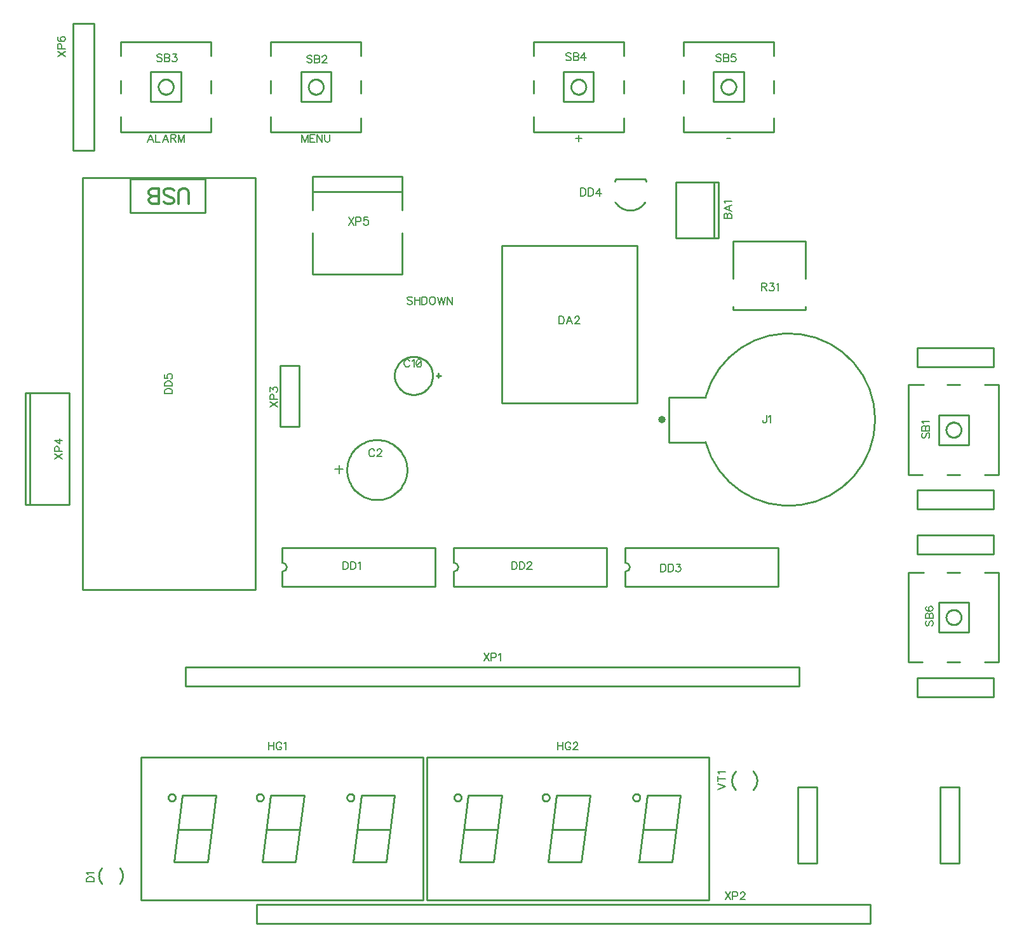
<source format=gbr>
%TF.GenerationSoftware,Novarm,DipTrace,3.3.0.1*%
%TF.CreationDate,2019-03-05T05:49:10+02:00*%
%FSLAX35Y35*%
%MOMM*%
%TF.FileFunction,Legend,Top*%
%TF.Part,Single*%
%ADD10C,0.25*%
%ADD36O,0.99994X0.9981*%
%ADD90C,0.15686*%
%ADD92C,0.19608*%
%ADD93C,0.31373*%
G75*
G01*
%LPD*%
X11068000Y18332125D2*
D10*
X10496500D1*
Y17586002D1*
X11068000D1*
Y18332125D1*
X11004506D2*
Y17586002D1*
X6113588Y14491623D2*
X6114563Y14519526D1*
X6117481Y14547293D1*
X6122330Y14574788D1*
X6129084Y14601878D1*
X6137712Y14628431D1*
X6148172Y14654318D1*
X6160411Y14679412D1*
X6174372Y14703591D1*
X6189985Y14726737D1*
X6207175Y14748738D1*
X6225857Y14769487D1*
X6245942Y14788881D1*
X6267330Y14806828D1*
X6289919Y14823238D1*
X6313597Y14838033D1*
X6338250Y14851141D1*
X6363757Y14862497D1*
X6389994Y14872046D1*
X6416833Y14879742D1*
X6444143Y14885546D1*
X6471793Y14889432D1*
X6499645Y14891380D1*
X6527566D1*
X6555419Y14889432D1*
X6583068Y14885546D1*
X6610379Y14879742D1*
X6637218Y14872046D1*
X6663455Y14862497D1*
X6688962Y14851141D1*
X6713615Y14838033D1*
X6737293Y14823238D1*
X6759881Y14806828D1*
X6781270Y14788881D1*
X6801354Y14769487D1*
X6820037Y14748738D1*
X6837227Y14726737D1*
X6852840Y14703591D1*
X6866800Y14679412D1*
X6879040Y14654318D1*
X6889499Y14628431D1*
X6898127Y14601878D1*
X6904882Y14574788D1*
X6909730Y14547293D1*
X6912649Y14519526D1*
X6913623Y14491623D1*
X6912649Y14463721D1*
X6909730Y14435954D1*
X6904882Y14408459D1*
X6898127Y14381368D1*
X6889499Y14354815D1*
X6879040Y14328929D1*
X6866800Y14303835D1*
X6852840Y14279656D1*
X6837227Y14256509D1*
X6820037Y14234508D1*
X6801354Y14213760D1*
X6781270Y14194365D1*
X6759881Y14176419D1*
X6737293Y14160008D1*
X6713615Y14145213D1*
X6688962Y14132106D1*
X6663455Y14120750D1*
X6637218Y14111201D1*
X6610379Y14103505D1*
X6583068Y14097700D1*
X6555419Y14093815D1*
X6527566Y14091867D1*
X6499645D1*
X6471793Y14093815D1*
X6444143Y14097700D1*
X6416833Y14103505D1*
X6389994Y14111201D1*
X6363757Y14120750D1*
X6338250Y14132106D1*
X6313597Y14145213D1*
X6289919Y14160008D1*
X6267330Y14176419D1*
X6245942Y14194365D1*
X6225857Y14213760D1*
X6207175Y14234508D1*
X6189985Y14256509D1*
X6174372Y14279656D1*
X6160411Y14303835D1*
X6148172Y14328929D1*
X6137712Y14354815D1*
X6129084Y14381368D1*
X6122330Y14408459D1*
X6117481Y14435954D1*
X6114563Y14463721D1*
X6113588Y14491623D1*
X7332148Y15778899D2*
Y15718854D1*
X7362168Y15748877D2*
X7302190D1*
X6748265D2*
X6748884Y15766595D1*
X6750736Y15784227D1*
X6753814Y15801686D1*
X6758101Y15818889D1*
X6763578Y15835750D1*
X6770217Y15852188D1*
X6777986Y15868122D1*
X6786847Y15883476D1*
X6796758Y15898174D1*
X6807669Y15912145D1*
X6819528Y15925320D1*
X6832276Y15937635D1*
X6845853Y15949031D1*
X6860191Y15959452D1*
X6875220Y15968847D1*
X6890868Y15977170D1*
X6907059Y15984381D1*
X6923713Y15990445D1*
X6940749Y15995332D1*
X6958084Y15999018D1*
X6975635Y16001485D1*
X6993314Y16002722D1*
X7011037D1*
X7028716Y16001485D1*
X7046267Y15999018D1*
X7063602Y15995332D1*
X7080638Y15990445D1*
X7097292Y15984381D1*
X7113482Y15977170D1*
X7129131Y15968847D1*
X7144160Y15959452D1*
X7158498Y15949031D1*
X7172075Y15937635D1*
X7184823Y15925320D1*
X7196682Y15912145D1*
X7207593Y15898174D1*
X7217504Y15883476D1*
X7226365Y15868122D1*
X7234134Y15852188D1*
X7240773Y15835750D1*
X7246250Y15818889D1*
X7250537Y15801686D1*
X7253615Y15784227D1*
X7255467Y15766595D1*
X7256086Y15748877D1*
X7255467Y15731159D1*
X7253615Y15713527D1*
X7250537Y15696067D1*
X7246250Y15678865D1*
X7240773Y15662004D1*
X7234134Y15645566D1*
X7226365Y15629631D1*
X7217504Y15614277D1*
X7207593Y15599579D1*
X7196682Y15585609D1*
X7184823Y15572433D1*
X7172075Y15560118D1*
X7158498Y15548722D1*
X7144160Y15538301D1*
X7129131Y15528906D1*
X7113482Y15520583D1*
X7097292Y15513372D1*
X7080638Y15507308D1*
X7063602Y15502422D1*
X7046267Y15498735D1*
X7028716Y15496268D1*
X7011037Y15495031D1*
X6993314D1*
X6975635Y15496268D1*
X6958084Y15498735D1*
X6940749Y15502422D1*
X6923713Y15507308D1*
X6907059Y15513372D1*
X6890868Y15520583D1*
X6875220Y15528906D1*
X6860191Y15538301D1*
X6845853Y15548722D1*
X6832276Y15560118D1*
X6819528Y15572433D1*
X6807669Y15585609D1*
X6796758Y15599579D1*
X6786847Y15614277D1*
X6777986Y15629631D1*
X6770217Y15645566D1*
X6763578Y15662004D1*
X6758101Y15678865D1*
X6753814Y15696067D1*
X6750736Y15713527D1*
X6748884Y15731159D1*
X6748265Y15748877D1*
X3091920Y9175770D2*
G02X3089040Y8966902I-119726J-102803D01*
G01*
X2848080Y9175770D2*
G03X2850960Y8966902I119726J-102803D01*
G01*
X8177895Y17484000D2*
X9977985D1*
Y15384000D1*
X8177895D1*
Y17484000D1*
X5252000Y13453011D2*
X7292000D1*
Y12932989D2*
Y13453011D1*
X5252000Y12932989D2*
X7292000D1*
X5252000D2*
Y13132990D1*
Y13453011D2*
Y13253010D1*
Y13132990D2*
G03X5252000Y13253010I-34J60010D01*
G01*
X7538000Y13453011D2*
X9578000D1*
Y12932989D2*
Y13453011D1*
X7538000Y12932989D2*
X9578000D1*
X7538000D2*
Y13132990D1*
Y13453011D2*
Y13253010D1*
Y13132990D2*
G03X7538000Y13253010I-34J60010D01*
G01*
X9824000Y13453011D2*
X11864000D1*
Y12932989D2*
Y13453011D1*
X9824000Y12932989D2*
X11864000D1*
X9824000D2*
Y13132990D1*
Y13453011D2*
Y13253010D1*
Y13132990D2*
G03X9824000Y13253010I-34J60010D01*
G01*
X9691501Y18369500D2*
X9681548Y18339512D1*
X9691501Y18059498D2*
G03X10091499Y18059498I199999J126821D01*
G01*
Y18369500D2*
X10101452Y18339512D1*
X10091499Y18369500D2*
X9691501D1*
X4890873Y12891377D2*
X2590873D1*
Y18391377D1*
X4890873D1*
Y12891377D1*
X4223413Y17922227D2*
X3223373D1*
Y18372127D1*
X4223413D1*
Y17922227D1*
X7129302Y8755250D2*
X3366925D1*
Y10660250D1*
X7129302D1*
Y8755250D1*
X6637183Y9263313D2*
X6748173Y10152187D1*
X6303460D1*
X6684965Y9691938D2*
X6256054D1*
X6637183Y9263313D2*
X6192470D1*
X6192846D2*
X6303836Y10152187D1*
X6113460Y10120563D2*
X6113576Y10123886D1*
X6113923Y10127192D1*
X6114500Y10130465D1*
X6115304Y10133691D1*
X6116330Y10136852D1*
X6117575Y10139934D1*
X6119031Y10142922D1*
X6120692Y10145801D1*
X6122550Y10148557D1*
X6124595Y10151176D1*
X6126818Y10153647D1*
X6129207Y10155956D1*
X6131752Y10158093D1*
X6134440Y10160046D1*
X6137257Y10161808D1*
X6140190Y10163369D1*
X6143225Y10164721D1*
X6146347Y10165858D1*
X6149540Y10166774D1*
X6152789Y10167465D1*
X6156079Y10167928D1*
X6159393Y10168159D1*
X6162715D1*
X6166029Y10167928D1*
X6169319Y10167465D1*
X6172568Y10166774D1*
X6175761Y10165858D1*
X6178883Y10164721D1*
X6181918Y10163369D1*
X6184851Y10161808D1*
X6187668Y10160046D1*
X6190356Y10158093D1*
X6192901Y10155956D1*
X6195290Y10153647D1*
X6197513Y10151176D1*
X6199558Y10148557D1*
X6201416Y10145801D1*
X6203077Y10142922D1*
X6204533Y10139934D1*
X6205778Y10136852D1*
X6206804Y10133691D1*
X6207608Y10130465D1*
X6208185Y10127192D1*
X6208532Y10123886D1*
X6208648Y10120563D1*
X6208532Y10117241D1*
X6208185Y10113935D1*
X6207608Y10110662D1*
X6206804Y10107436D1*
X6205778Y10104275D1*
X6204533Y10101193D1*
X6203077Y10098205D1*
X6201416Y10095326D1*
X6199558Y10092570D1*
X6197513Y10089951D1*
X6195290Y10087480D1*
X6192901Y10085171D1*
X6190356Y10083034D1*
X6187668Y10081081D1*
X6184851Y10079319D1*
X6181918Y10077758D1*
X6178883Y10076406D1*
X6175761Y10075269D1*
X6172568Y10074353D1*
X6169319Y10073662D1*
X6166029Y10073199D1*
X6162715Y10072968D1*
X6159393D1*
X6156079Y10073199D1*
X6152789Y10073662D1*
X6149540Y10074353D1*
X6146347Y10075269D1*
X6143225Y10076406D1*
X6140190Y10077758D1*
X6137257Y10079319D1*
X6134440Y10081081D1*
X6131752Y10083034D1*
X6129207Y10085171D1*
X6126818Y10087480D1*
X6124595Y10089951D1*
X6122550Y10092570D1*
X6120692Y10095326D1*
X6119031Y10098205D1*
X6117575Y10101193D1*
X6116330Y10104275D1*
X6115304Y10107436D1*
X6114500Y10110662D1*
X6113923Y10113935D1*
X6113576Y10117241D1*
X6113460Y10120563D1*
X5430589Y9263313D2*
X5541955Y10152187D1*
X5096866D1*
X5478371Y9691938D2*
X5049836D1*
X5430589Y9263313D2*
X4985876D1*
X4986252D2*
X5097242Y10152187D1*
X4906866Y10120563D2*
X4906982Y10123886D1*
X4907329Y10127192D1*
X4907906Y10130465D1*
X4908709Y10133691D1*
X4909736Y10136852D1*
X4910980Y10139934D1*
X4912437Y10142922D1*
X4914098Y10145801D1*
X4915955Y10148557D1*
X4918001Y10151176D1*
X4920224Y10153647D1*
X4922613Y10155956D1*
X4925158Y10158093D1*
X4927846Y10160046D1*
X4930663Y10161808D1*
X4933596Y10163369D1*
X4936631Y10164721D1*
X4939752Y10165858D1*
X4942946Y10166774D1*
X4946195Y10167465D1*
X4949485Y10167928D1*
X4952799Y10168159D1*
X4956121D1*
X4959435Y10167928D1*
X4962724Y10167465D1*
X4965974Y10166774D1*
X4969167Y10165858D1*
X4972289Y10164721D1*
X4975324Y10163369D1*
X4978257Y10161808D1*
X4981074Y10160046D1*
X4983762Y10158093D1*
X4986306Y10155956D1*
X4988696Y10153647D1*
X4990919Y10151176D1*
X4992964Y10148557D1*
X4994822Y10145801D1*
X4996483Y10142922D1*
X4997939Y10139934D1*
X4999184Y10136852D1*
X5000210Y10133691D1*
X5001014Y10130465D1*
X5001591Y10127192D1*
X5001938Y10123886D1*
X5002054Y10120563D1*
X5001938Y10117241D1*
X5001591Y10113935D1*
X5001014Y10110662D1*
X5000210Y10107436D1*
X4999184Y10104275D1*
X4997939Y10101193D1*
X4996483Y10098205D1*
X4994822Y10095326D1*
X4992964Y10092570D1*
X4990919Y10089951D1*
X4988696Y10087480D1*
X4986306Y10085171D1*
X4983762Y10083034D1*
X4981074Y10081081D1*
X4978257Y10079319D1*
X4975324Y10077758D1*
X4972289Y10076406D1*
X4969167Y10075269D1*
X4965974Y10074353D1*
X4962724Y10073662D1*
X4959435Y10073199D1*
X4956121Y10072968D1*
X4952799D1*
X4949485Y10073199D1*
X4946195Y10073662D1*
X4942946Y10074353D1*
X4939752Y10075269D1*
X4936631Y10076406D1*
X4933596Y10077758D1*
X4930663Y10079319D1*
X4927846Y10081081D1*
X4925158Y10083034D1*
X4922613Y10085171D1*
X4920224Y10087480D1*
X4918001Y10089951D1*
X4915955Y10092570D1*
X4914098Y10095326D1*
X4912437Y10098205D1*
X4910980Y10101193D1*
X4909736Y10104275D1*
X4908709Y10107436D1*
X4907906Y10110662D1*
X4907329Y10113935D1*
X4906982Y10117241D1*
X4906866Y10120563D1*
X4255975Y9263313D2*
X4366965Y10152187D1*
X3922252D1*
X4303381Y9691938D2*
X3874846D1*
X4255975Y9263313D2*
X3811262D1*
X3922628Y10152187D1*
X3731876Y10120563D2*
X3731992Y10123886D1*
X3732341Y10127192D1*
X3732920Y10130465D1*
X3733727Y10133691D1*
X3734757Y10136852D1*
X3736007Y10139934D1*
X3737469Y10142922D1*
X3739136Y10145801D1*
X3741001Y10148557D1*
X3743054Y10151176D1*
X3745286Y10153647D1*
X3747685Y10155956D1*
X3750240Y10158093D1*
X3752938Y10160046D1*
X3755767Y10161808D1*
X3758711Y10163369D1*
X3761758Y10164721D1*
X3764892Y10165858D1*
X3768098Y10166774D1*
X3771360Y10167465D1*
X3774663Y10167928D1*
X3777990Y10168159D1*
X3781325D1*
X3784652Y10167928D1*
X3787955Y10167465D1*
X3791217Y10166774D1*
X3794423Y10165858D1*
X3797557Y10164721D1*
X3800604Y10163369D1*
X3803549Y10161808D1*
X3806377Y10160046D1*
X3809075Y10158093D1*
X3811630Y10155956D1*
X3814029Y10153647D1*
X3816261Y10151176D1*
X3818314Y10148557D1*
X3820179Y10145801D1*
X3821847Y10142922D1*
X3823309Y10139934D1*
X3824558Y10136852D1*
X3825589Y10133691D1*
X3826396Y10130465D1*
X3826975Y10127192D1*
X3827324Y10123886D1*
X3827440Y10120563D1*
X3827324Y10117241D1*
X3826975Y10113935D1*
X3826396Y10110662D1*
X3825589Y10107436D1*
X3824558Y10104275D1*
X3823309Y10101193D1*
X3821847Y10098205D1*
X3820179Y10095326D1*
X3818314Y10092570D1*
X3816261Y10089951D1*
X3814029Y10087480D1*
X3811630Y10085171D1*
X3809075Y10083034D1*
X3806377Y10081081D1*
X3803549Y10079319D1*
X3800604Y10077758D1*
X3797557Y10076406D1*
X3794423Y10075269D1*
X3791217Y10074353D1*
X3787955Y10073662D1*
X3784652Y10073199D1*
X3781325Y10072968D1*
X3777990D1*
X3774663Y10073199D1*
X3771360Y10073662D1*
X3768098Y10074353D1*
X3764892Y10075269D1*
X3761758Y10076406D1*
X3758711Y10077758D1*
X3755767Y10079319D1*
X3752938Y10081081D1*
X3750240Y10083034D1*
X3747685Y10085171D1*
X3745286Y10087480D1*
X3743054Y10089951D1*
X3741001Y10092570D1*
X3739136Y10095326D1*
X3737469Y10098205D1*
X3736007Y10101193D1*
X3734757Y10104275D1*
X3733727Y10107436D1*
X3732920Y10110662D1*
X3732341Y10113935D1*
X3731992Y10117241D1*
X3731876Y10120563D1*
X10939302Y8755250D2*
X7176925D1*
Y10660250D1*
X10939302D1*
Y8755250D1*
X10447183Y9263313D2*
X10558173Y10152187D1*
X10113460D1*
X10494965Y9691938D2*
X10066054D1*
X10447183Y9263313D2*
X10002470D1*
X10002846D2*
X10113836Y10152187D1*
X9923460Y10120563D2*
X9923576Y10123886D1*
X9923923Y10127192D1*
X9924500Y10130465D1*
X9925304Y10133691D1*
X9926330Y10136852D1*
X9927575Y10139934D1*
X9929031Y10142922D1*
X9930692Y10145801D1*
X9932550Y10148557D1*
X9934595Y10151176D1*
X9936818Y10153647D1*
X9939207Y10155956D1*
X9941752Y10158093D1*
X9944440Y10160046D1*
X9947257Y10161808D1*
X9950190Y10163369D1*
X9953225Y10164721D1*
X9956347Y10165858D1*
X9959540Y10166774D1*
X9962789Y10167465D1*
X9966079Y10167928D1*
X9969393Y10168159D1*
X9972715D1*
X9976029Y10167928D1*
X9979319Y10167465D1*
X9982568Y10166774D1*
X9985761Y10165858D1*
X9988883Y10164721D1*
X9991918Y10163369D1*
X9994851Y10161808D1*
X9997668Y10160046D1*
X10000356Y10158093D1*
X10002901Y10155956D1*
X10005290Y10153647D1*
X10007513Y10151176D1*
X10009558Y10148557D1*
X10011416Y10145801D1*
X10013077Y10142922D1*
X10014533Y10139934D1*
X10015778Y10136852D1*
X10016804Y10133691D1*
X10017608Y10130465D1*
X10018185Y10127192D1*
X10018532Y10123886D1*
X10018648Y10120563D1*
X10018532Y10117241D1*
X10018185Y10113935D1*
X10017608Y10110662D1*
X10016804Y10107436D1*
X10015778Y10104275D1*
X10014533Y10101193D1*
X10013077Y10098205D1*
X10011416Y10095326D1*
X10009558Y10092570D1*
X10007513Y10089951D1*
X10005290Y10087480D1*
X10002901Y10085171D1*
X10000356Y10083034D1*
X9997668Y10081081D1*
X9994851Y10079319D1*
X9991918Y10077758D1*
X9988883Y10076406D1*
X9985761Y10075269D1*
X9982568Y10074353D1*
X9979319Y10073662D1*
X9976029Y10073199D1*
X9972715Y10072968D1*
X9969393D1*
X9966079Y10073199D1*
X9962789Y10073662D1*
X9959540Y10074353D1*
X9956347Y10075269D1*
X9953225Y10076406D1*
X9950190Y10077758D1*
X9947257Y10079319D1*
X9944440Y10081081D1*
X9941752Y10083034D1*
X9939207Y10085171D1*
X9936818Y10087480D1*
X9934595Y10089951D1*
X9932550Y10092570D1*
X9930692Y10095326D1*
X9929031Y10098205D1*
X9927575Y10101193D1*
X9926330Y10104275D1*
X9925304Y10107436D1*
X9924500Y10110662D1*
X9923923Y10113935D1*
X9923576Y10117241D1*
X9923460Y10120563D1*
X9240589Y9263313D2*
X9351955Y10152187D1*
X8906866D1*
X9288371Y9691938D2*
X8859836D1*
X9240589Y9263313D2*
X8795876D1*
X8796252D2*
X8907242Y10152187D1*
X8716866Y10120563D2*
X8716982Y10123886D1*
X8717329Y10127192D1*
X8717906Y10130465D1*
X8718709Y10133691D1*
X8719736Y10136852D1*
X8720980Y10139934D1*
X8722437Y10142922D1*
X8724098Y10145801D1*
X8725955Y10148557D1*
X8728001Y10151176D1*
X8730224Y10153647D1*
X8732613Y10155956D1*
X8735158Y10158093D1*
X8737846Y10160046D1*
X8740663Y10161808D1*
X8743596Y10163369D1*
X8746631Y10164721D1*
X8749752Y10165858D1*
X8752946Y10166774D1*
X8756195Y10167465D1*
X8759485Y10167928D1*
X8762799Y10168159D1*
X8766121D1*
X8769435Y10167928D1*
X8772724Y10167465D1*
X8775974Y10166774D1*
X8779167Y10165858D1*
X8782289Y10164721D1*
X8785324Y10163369D1*
X8788257Y10161808D1*
X8791074Y10160046D1*
X8793762Y10158093D1*
X8796306Y10155956D1*
X8798696Y10153647D1*
X8800919Y10151176D1*
X8802964Y10148557D1*
X8804822Y10145801D1*
X8806483Y10142922D1*
X8807939Y10139934D1*
X8809184Y10136852D1*
X8810210Y10133691D1*
X8811014Y10130465D1*
X8811591Y10127192D1*
X8811938Y10123886D1*
X8812054Y10120563D1*
X8811938Y10117241D1*
X8811591Y10113935D1*
X8811014Y10110662D1*
X8810210Y10107436D1*
X8809184Y10104275D1*
X8807939Y10101193D1*
X8806483Y10098205D1*
X8804822Y10095326D1*
X8802964Y10092570D1*
X8800919Y10089951D1*
X8798696Y10087480D1*
X8796306Y10085171D1*
X8793762Y10083034D1*
X8791074Y10081081D1*
X8788257Y10079319D1*
X8785324Y10077758D1*
X8782289Y10076406D1*
X8779167Y10075269D1*
X8775974Y10074353D1*
X8772724Y10073662D1*
X8769435Y10073199D1*
X8766121Y10072968D1*
X8762799D1*
X8759485Y10073199D1*
X8756195Y10073662D1*
X8752946Y10074353D1*
X8749752Y10075269D1*
X8746631Y10076406D1*
X8743596Y10077758D1*
X8740663Y10079319D1*
X8737846Y10081081D1*
X8735158Y10083034D1*
X8732613Y10085171D1*
X8730224Y10087480D1*
X8728001Y10089951D1*
X8725955Y10092570D1*
X8724098Y10095326D1*
X8722437Y10098205D1*
X8720980Y10101193D1*
X8719736Y10104275D1*
X8718709Y10107436D1*
X8717906Y10110662D1*
X8717329Y10113935D1*
X8716982Y10117241D1*
X8716866Y10120563D1*
X8065975Y9263313D2*
X8176965Y10152187D1*
X7732252D1*
X8113381Y9691938D2*
X7684846D1*
X8065975Y9263313D2*
X7621262D1*
X7732628Y10152187D1*
X7541876Y10120563D2*
X7541992Y10123886D1*
X7542341Y10127192D1*
X7542920Y10130465D1*
X7543727Y10133691D1*
X7544757Y10136852D1*
X7546007Y10139934D1*
X7547469Y10142922D1*
X7549136Y10145801D1*
X7551001Y10148557D1*
X7553054Y10151176D1*
X7555286Y10153647D1*
X7557685Y10155956D1*
X7560240Y10158093D1*
X7562938Y10160046D1*
X7565767Y10161808D1*
X7568711Y10163369D1*
X7571758Y10164721D1*
X7574892Y10165858D1*
X7578098Y10166774D1*
X7581360Y10167465D1*
X7584663Y10167928D1*
X7587990Y10168159D1*
X7591325D1*
X7594652Y10167928D1*
X7597955Y10167465D1*
X7601217Y10166774D1*
X7604423Y10165858D1*
X7607557Y10164721D1*
X7610604Y10163369D1*
X7613549Y10161808D1*
X7616377Y10160046D1*
X7619075Y10158093D1*
X7621630Y10155956D1*
X7624029Y10153647D1*
X7626261Y10151176D1*
X7628314Y10148557D1*
X7630179Y10145801D1*
X7631847Y10142922D1*
X7633309Y10139934D1*
X7634558Y10136852D1*
X7635589Y10133691D1*
X7636396Y10130465D1*
X7636975Y10127192D1*
X7637324Y10123886D1*
X7637440Y10120563D1*
X7637324Y10117241D1*
X7636975Y10113935D1*
X7636396Y10110662D1*
X7635589Y10107436D1*
X7634558Y10104275D1*
X7633309Y10101193D1*
X7631847Y10098205D1*
X7630179Y10095326D1*
X7628314Y10092570D1*
X7626261Y10089951D1*
X7624029Y10087480D1*
X7621630Y10085171D1*
X7619075Y10083034D1*
X7616377Y10081081D1*
X7613549Y10079319D1*
X7610604Y10077758D1*
X7607557Y10076406D1*
X7604423Y10075269D1*
X7601217Y10074353D1*
X7597955Y10073662D1*
X7594652Y10073199D1*
X7591325Y10072968D1*
X7587990D1*
X7584663Y10073199D1*
X7581360Y10073662D1*
X7578098Y10074353D1*
X7574892Y10075269D1*
X7571758Y10076406D1*
X7568711Y10077758D1*
X7565767Y10079319D1*
X7562938Y10081081D1*
X7560240Y10083034D1*
X7557685Y10085171D1*
X7555286Y10087480D1*
X7553054Y10089951D1*
X7551001Y10092570D1*
X7549136Y10095326D1*
X7547469Y10098205D1*
X7546007Y10101193D1*
X7544757Y10104275D1*
X7543727Y10107436D1*
X7542920Y10110662D1*
X7542341Y10113935D1*
X7541992Y10117241D1*
X7541876Y10120563D1*
D36*
X10313497Y15161500D3*
X10403376Y15461390D2*
D10*
Y14861610D1*
Y15461390D2*
X10893520D1*
X10403376Y14861610D2*
X10893520D1*
Y15461390D2*
G02X10893520Y14861610I1110093J-299890D01*
G01*
X12122987Y9241955D2*
X12377000D1*
Y10258045D1*
X12122987D1*
Y9241955D1*
X14277013Y10258045D2*
X14023000D1*
Y9241955D1*
X14277013D1*
Y10258045D1*
X14733295Y11464487D2*
X13717205D1*
Y11718500D1*
X14733295D1*
Y11464487D1*
X13717205Y13618513D2*
X14733295D1*
Y13364500D1*
X13717205D1*
Y13618513D1*
X14733295Y13964487D2*
X13717205D1*
Y14218500D1*
X14733295D1*
Y13964487D1*
X13717205Y16118513D2*
X14733295D1*
Y15864500D1*
X13717205D1*
Y16118513D1*
X12227014Y17043524D2*
Y17543540D1*
X11256940D1*
Y17043524D1*
Y16673396D2*
Y16623500D1*
X12227014D1*
Y16673396D1*
X13600000Y14425000D2*
Y15625000D1*
X14800000Y14425000D2*
Y15625000D1*
X14610040D1*
X14800000Y14425000D2*
X14614960D1*
X13780000D2*
X13600000D1*
X13800040Y15625000D2*
X13600000D1*
X14110000D2*
X14284960D1*
X14115040Y14425000D2*
X14284960D1*
X13999960Y14825050D2*
X14400040D1*
Y15224950D1*
X13999960D1*
Y14825050D1*
X14100040Y15025000D2*
X14100283Y15031979D1*
X14101013Y15038924D1*
X14102224Y15045802D1*
X14103912Y15052578D1*
X14106068Y15059219D1*
X14108682Y15065694D1*
X14111741Y15071971D1*
X14115229Y15078018D1*
X14119131Y15083808D1*
X14123426Y15089311D1*
X14128095Y15094501D1*
X14133114Y15099352D1*
X14138458Y15103840D1*
X14144103Y15107945D1*
X14150020Y15111646D1*
X14156180Y15114924D1*
X14162554Y15117765D1*
X14169111Y15120153D1*
X14175817Y15122078D1*
X14182642Y15123530D1*
X14189551Y15124502D1*
X14196511Y15124989D1*
X14203489D1*
X14210449Y15124502D1*
X14217358Y15123530D1*
X14224183Y15122078D1*
X14230889Y15120153D1*
X14237446Y15117765D1*
X14243820Y15114924D1*
X14249980Y15111646D1*
X14255897Y15107945D1*
X14261542Y15103840D1*
X14266886Y15099352D1*
X14271905Y15094501D1*
X14276574Y15089311D1*
X14280869Y15083808D1*
X14284771Y15078018D1*
X14288259Y15071971D1*
X14291318Y15065694D1*
X14293932Y15059219D1*
X14296088Y15052578D1*
X14297776Y15045802D1*
X14298987Y15038924D1*
X14299717Y15031979D1*
X14299960Y15025000D1*
X14299717Y15018021D1*
X14298987Y15011076D1*
X14297776Y15004198D1*
X14296088Y14997422D1*
X14293932Y14990781D1*
X14291318Y14984306D1*
X14288259Y14978029D1*
X14284771Y14971982D1*
X14280869Y14966192D1*
X14276574Y14960689D1*
X14271905Y14955499D1*
X14266886Y14950648D1*
X14261542Y14946160D1*
X14255897Y14942055D1*
X14249980Y14938354D1*
X14243820Y14935076D1*
X14237446Y14932235D1*
X14230889Y14929847D1*
X14224183Y14927922D1*
X14217358Y14926470D1*
X14210449Y14925498D1*
X14203489Y14925011D1*
X14196511D1*
X14189551Y14925498D1*
X14182642Y14926470D1*
X14175817Y14927922D1*
X14169111Y14929847D1*
X14162554Y14932235D1*
X14156180Y14935076D1*
X14150020Y14938354D1*
X14144103Y14942055D1*
X14138458Y14946160D1*
X14133114Y14950648D1*
X14128095Y14955499D1*
X14123426Y14960689D1*
X14119131Y14966192D1*
X14115229Y14971982D1*
X14111741Y14978029D1*
X14108682Y14984306D1*
X14106068Y14990781D1*
X14103912Y14997422D1*
X14102224Y15004198D1*
X14101013Y15011076D1*
X14100283Y15018021D1*
X14100040Y15025000D1*
X6300000Y19000000D2*
X5100000D1*
X6300000Y20200000D2*
X5100000D1*
Y20010040D1*
X6300000Y20200000D2*
Y20014960D1*
Y19180000D2*
Y19000000D1*
X5100000Y19200040D2*
Y19000000D1*
Y19510000D2*
Y19684960D1*
X6300000Y19515040D2*
Y19684960D1*
X5899950Y19399960D2*
X5500050D1*
Y19800040D1*
X5899950D1*
Y19399960D1*
X5599950Y19600000D2*
X5600194Y19606973D1*
X5600924Y19613912D1*
X5602136Y19620783D1*
X5603826Y19627553D1*
X5605984Y19634188D1*
X5608600Y19640657D1*
X5611661Y19646928D1*
X5615153Y19652971D1*
X5619058Y19658755D1*
X5623357Y19664253D1*
X5628030Y19669438D1*
X5633053Y19674285D1*
X5638403Y19678770D1*
X5644053Y19682871D1*
X5649975Y19686568D1*
X5656141Y19689843D1*
X5662521Y19692681D1*
X5669083Y19695068D1*
X5675796Y19696991D1*
X5682626Y19698441D1*
X5689542Y19699412D1*
X5696508Y19699899D1*
X5703492D1*
X5710458Y19699412D1*
X5717374Y19698441D1*
X5724204Y19696991D1*
X5730917Y19695068D1*
X5737479Y19692681D1*
X5743859Y19689843D1*
X5750025Y19686568D1*
X5755947Y19682871D1*
X5761597Y19678770D1*
X5766947Y19674285D1*
X5771970Y19669438D1*
X5776643Y19664253D1*
X5780942Y19658755D1*
X5784847Y19652971D1*
X5788339Y19646928D1*
X5791400Y19640657D1*
X5794016Y19634188D1*
X5796174Y19627553D1*
X5797864Y19620783D1*
X5799076Y19613912D1*
X5799806Y19606973D1*
X5800050Y19600000D1*
X5799806Y19593027D1*
X5799076Y19586088D1*
X5797864Y19579217D1*
X5796174Y19572447D1*
X5794016Y19565812D1*
X5791400Y19559343D1*
X5788339Y19553072D1*
X5784847Y19547029D1*
X5780942Y19541245D1*
X5776643Y19535747D1*
X5771970Y19530562D1*
X5766947Y19525715D1*
X5761597Y19521230D1*
X5755947Y19517129D1*
X5750025Y19513432D1*
X5743859Y19510157D1*
X5737479Y19507319D1*
X5730917Y19504932D1*
X5724204Y19503009D1*
X5717374Y19501559D1*
X5710458Y19500588D1*
X5703492Y19500101D1*
X5696508D1*
X5689542Y19500588D1*
X5682626Y19501559D1*
X5675796Y19503009D1*
X5669083Y19504932D1*
X5662521Y19507319D1*
X5656141Y19510157D1*
X5649975Y19513432D1*
X5644053Y19517129D1*
X5638403Y19521230D1*
X5633053Y19525715D1*
X5628030Y19530562D1*
X5623357Y19535747D1*
X5619058Y19541245D1*
X5615153Y19547029D1*
X5611661Y19553072D1*
X5608600Y19559343D1*
X5605984Y19565812D1*
X5603826Y19572447D1*
X5602136Y19579217D1*
X5600924Y19586088D1*
X5600194Y19593027D1*
X5599950Y19600000D1*
X4300000Y19000000D2*
X3100000D1*
X4300000Y20200000D2*
X3100000D1*
Y20010040D1*
X4300000Y20200000D2*
Y20014960D1*
Y19180000D2*
Y19000000D1*
X3100000Y19200040D2*
Y19000000D1*
Y19510000D2*
Y19684960D1*
X4300000Y19515040D2*
Y19684960D1*
X3899950Y19399960D2*
X3500050D1*
Y19800040D1*
X3899950D1*
Y19399960D1*
X3599950Y19600000D2*
X3600194Y19606973D1*
X3600924Y19613912D1*
X3602136Y19620783D1*
X3603826Y19627553D1*
X3605984Y19634188D1*
X3608600Y19640657D1*
X3611661Y19646928D1*
X3615153Y19652971D1*
X3619058Y19658755D1*
X3623357Y19664253D1*
X3628030Y19669438D1*
X3633053Y19674285D1*
X3638403Y19678770D1*
X3644053Y19682871D1*
X3649975Y19686568D1*
X3656141Y19689843D1*
X3662521Y19692681D1*
X3669083Y19695068D1*
X3675796Y19696991D1*
X3682626Y19698441D1*
X3689542Y19699412D1*
X3696508Y19699899D1*
X3703492D1*
X3710458Y19699412D1*
X3717374Y19698441D1*
X3724204Y19696991D1*
X3730917Y19695068D1*
X3737479Y19692681D1*
X3743859Y19689843D1*
X3750025Y19686568D1*
X3755947Y19682871D1*
X3761597Y19678770D1*
X3766947Y19674285D1*
X3771970Y19669438D1*
X3776643Y19664253D1*
X3780942Y19658755D1*
X3784847Y19652971D1*
X3788339Y19646928D1*
X3791400Y19640657D1*
X3794016Y19634188D1*
X3796174Y19627553D1*
X3797864Y19620783D1*
X3799076Y19613912D1*
X3799806Y19606973D1*
X3800050Y19600000D1*
X3799806Y19593027D1*
X3799076Y19586088D1*
X3797864Y19579217D1*
X3796174Y19572447D1*
X3794016Y19565812D1*
X3791400Y19559343D1*
X3788339Y19553072D1*
X3784847Y19547029D1*
X3780942Y19541245D1*
X3776643Y19535747D1*
X3771970Y19530562D1*
X3766947Y19525715D1*
X3761597Y19521230D1*
X3755947Y19517129D1*
X3750025Y19513432D1*
X3743859Y19510157D1*
X3737479Y19507319D1*
X3730917Y19504932D1*
X3724204Y19503009D1*
X3717374Y19501559D1*
X3710458Y19500588D1*
X3703492Y19500101D1*
X3696508D1*
X3689542Y19500588D1*
X3682626Y19501559D1*
X3675796Y19503009D1*
X3669083Y19504932D1*
X3662521Y19507319D1*
X3656141Y19510157D1*
X3649975Y19513432D1*
X3644053Y19517129D1*
X3638403Y19521230D1*
X3633053Y19525715D1*
X3628030Y19530562D1*
X3623357Y19535747D1*
X3619058Y19541245D1*
X3615153Y19547029D1*
X3611661Y19553072D1*
X3608600Y19559343D1*
X3605984Y19565812D1*
X3603826Y19572447D1*
X3602136Y19579217D1*
X3600924Y19586088D1*
X3600194Y19593027D1*
X3599950Y19600000D1*
X9800000Y19000000D2*
X8600000D1*
X9800000Y20200000D2*
X8600000D1*
Y20010040D1*
X9800000Y20200000D2*
Y20014960D1*
Y19180000D2*
Y19000000D1*
X8600000Y19200040D2*
Y19000000D1*
Y19510000D2*
Y19684960D1*
X9800000Y19515040D2*
Y19684960D1*
X9399950Y19399960D2*
X9000050D1*
Y19800040D1*
X9399950D1*
Y19399960D1*
X9099950Y19600000D2*
X9100194Y19606973D1*
X9100924Y19613912D1*
X9102136Y19620783D1*
X9103826Y19627553D1*
X9105984Y19634188D1*
X9108600Y19640657D1*
X9111661Y19646928D1*
X9115153Y19652971D1*
X9119058Y19658755D1*
X9123357Y19664253D1*
X9128030Y19669438D1*
X9133053Y19674285D1*
X9138403Y19678770D1*
X9144053Y19682871D1*
X9149975Y19686568D1*
X9156141Y19689843D1*
X9162521Y19692681D1*
X9169083Y19695068D1*
X9175796Y19696991D1*
X9182626Y19698441D1*
X9189542Y19699412D1*
X9196508Y19699899D1*
X9203492D1*
X9210458Y19699412D1*
X9217374Y19698441D1*
X9224204Y19696991D1*
X9230917Y19695068D1*
X9237479Y19692681D1*
X9243859Y19689843D1*
X9250025Y19686568D1*
X9255947Y19682871D1*
X9261597Y19678770D1*
X9266947Y19674285D1*
X9271970Y19669438D1*
X9276643Y19664253D1*
X9280942Y19658755D1*
X9284847Y19652971D1*
X9288339Y19646928D1*
X9291400Y19640657D1*
X9294016Y19634188D1*
X9296174Y19627553D1*
X9297864Y19620783D1*
X9299076Y19613912D1*
X9299806Y19606973D1*
X9300050Y19600000D1*
X9299806Y19593027D1*
X9299076Y19586088D1*
X9297864Y19579217D1*
X9296174Y19572447D1*
X9294016Y19565812D1*
X9291400Y19559343D1*
X9288339Y19553072D1*
X9284847Y19547029D1*
X9280942Y19541245D1*
X9276643Y19535747D1*
X9271970Y19530562D1*
X9266947Y19525715D1*
X9261597Y19521230D1*
X9255947Y19517129D1*
X9250025Y19513432D1*
X9243859Y19510157D1*
X9237479Y19507319D1*
X9230917Y19504932D1*
X9224204Y19503009D1*
X9217374Y19501559D1*
X9210458Y19500588D1*
X9203492Y19500101D1*
X9196508D1*
X9189542Y19500588D1*
X9182626Y19501559D1*
X9175796Y19503009D1*
X9169083Y19504932D1*
X9162521Y19507319D1*
X9156141Y19510157D1*
X9149975Y19513432D1*
X9144053Y19517129D1*
X9138403Y19521230D1*
X9133053Y19525715D1*
X9128030Y19530562D1*
X9123357Y19535747D1*
X9119058Y19541245D1*
X9115153Y19547029D1*
X9111661Y19553072D1*
X9108600Y19559343D1*
X9105984Y19565812D1*
X9103826Y19572447D1*
X9102136Y19579217D1*
X9100924Y19586088D1*
X9100194Y19593027D1*
X9099950Y19600000D1*
X11800000Y19000000D2*
X10600000D1*
X11800000Y20200000D2*
X10600000D1*
Y20010040D1*
X11800000Y20200000D2*
Y20014960D1*
Y19180000D2*
Y19000000D1*
X10600000Y19200040D2*
Y19000000D1*
Y19510000D2*
Y19684960D1*
X11800000Y19515040D2*
Y19684960D1*
X11399950Y19399960D2*
X11000050D1*
Y19800040D1*
X11399950D1*
Y19399960D1*
X11099950Y19600000D2*
X11100194Y19606973D1*
X11100924Y19613912D1*
X11102136Y19620783D1*
X11103826Y19627553D1*
X11105984Y19634188D1*
X11108600Y19640657D1*
X11111661Y19646928D1*
X11115153Y19652971D1*
X11119058Y19658755D1*
X11123357Y19664253D1*
X11128030Y19669438D1*
X11133053Y19674285D1*
X11138403Y19678770D1*
X11144053Y19682871D1*
X11149975Y19686568D1*
X11156141Y19689843D1*
X11162521Y19692681D1*
X11169083Y19695068D1*
X11175796Y19696991D1*
X11182626Y19698441D1*
X11189542Y19699412D1*
X11196508Y19699899D1*
X11203492D1*
X11210458Y19699412D1*
X11217374Y19698441D1*
X11224204Y19696991D1*
X11230917Y19695068D1*
X11237479Y19692681D1*
X11243859Y19689843D1*
X11250025Y19686568D1*
X11255947Y19682871D1*
X11261597Y19678770D1*
X11266947Y19674285D1*
X11271970Y19669438D1*
X11276643Y19664253D1*
X11280942Y19658755D1*
X11284847Y19652971D1*
X11288339Y19646928D1*
X11291400Y19640657D1*
X11294016Y19634188D1*
X11296174Y19627553D1*
X11297864Y19620783D1*
X11299076Y19613912D1*
X11299806Y19606973D1*
X11300050Y19600000D1*
X11299806Y19593027D1*
X11299076Y19586088D1*
X11297864Y19579217D1*
X11296174Y19572447D1*
X11294016Y19565812D1*
X11291400Y19559343D1*
X11288339Y19553072D1*
X11284847Y19547029D1*
X11280942Y19541245D1*
X11276643Y19535747D1*
X11271970Y19530562D1*
X11266947Y19525715D1*
X11261597Y19521230D1*
X11255947Y19517129D1*
X11250025Y19513432D1*
X11243859Y19510157D1*
X11237479Y19507319D1*
X11230917Y19504932D1*
X11224204Y19503009D1*
X11217374Y19501559D1*
X11210458Y19500588D1*
X11203492Y19500101D1*
X11196508D1*
X11189542Y19500588D1*
X11182626Y19501559D1*
X11175796Y19503009D1*
X11169083Y19504932D1*
X11162521Y19507319D1*
X11156141Y19510157D1*
X11149975Y19513432D1*
X11144053Y19517129D1*
X11138403Y19521230D1*
X11133053Y19525715D1*
X11128030Y19530562D1*
X11123357Y19535747D1*
X11119058Y19541245D1*
X11115153Y19547029D1*
X11111661Y19553072D1*
X11108600Y19559343D1*
X11105984Y19565812D1*
X11103826Y19572447D1*
X11102136Y19579217D1*
X11100924Y19586088D1*
X11100194Y19593027D1*
X11099950Y19600000D1*
X13600000Y11925000D2*
Y13125000D1*
X14800000Y11925000D2*
Y13125000D1*
X14610040D1*
X14800000Y11925000D2*
X14614960D1*
X13780000D2*
X13600000D1*
X13800040Y13125000D2*
X13600000D1*
X14110000D2*
X14284960D1*
X14115040Y11925000D2*
X14284960D1*
X13999960Y12325050D2*
X14400040D1*
Y12724950D1*
X13999960D1*
Y12325050D1*
X14100040Y12525000D2*
X14100283Y12531979D1*
X14101013Y12538924D1*
X14102224Y12545802D1*
X14103912Y12552578D1*
X14106068Y12559219D1*
X14108682Y12565694D1*
X14111741Y12571971D1*
X14115229Y12578018D1*
X14119131Y12583808D1*
X14123426Y12589311D1*
X14128095Y12594501D1*
X14133114Y12599352D1*
X14138458Y12603840D1*
X14144103Y12607945D1*
X14150020Y12611646D1*
X14156180Y12614924D1*
X14162554Y12617765D1*
X14169111Y12620153D1*
X14175817Y12622078D1*
X14182642Y12623530D1*
X14189551Y12624502D1*
X14196511Y12624989D1*
X14203489D1*
X14210449Y12624502D1*
X14217358Y12623530D1*
X14224183Y12622078D1*
X14230889Y12620153D1*
X14237446Y12617765D1*
X14243820Y12614924D1*
X14249980Y12611646D1*
X14255897Y12607945D1*
X14261542Y12603840D1*
X14266886Y12599352D1*
X14271905Y12594501D1*
X14276574Y12589311D1*
X14280869Y12583808D1*
X14284771Y12578018D1*
X14288259Y12571971D1*
X14291318Y12565694D1*
X14293932Y12559219D1*
X14296088Y12552578D1*
X14297776Y12545802D1*
X14298987Y12538924D1*
X14299717Y12531979D1*
X14299960Y12525000D1*
X14299717Y12518021D1*
X14298987Y12511076D1*
X14297776Y12504198D1*
X14296088Y12497422D1*
X14293932Y12490781D1*
X14291318Y12484306D1*
X14288259Y12478029D1*
X14284771Y12471982D1*
X14280869Y12466192D1*
X14276574Y12460689D1*
X14271905Y12455499D1*
X14266886Y12450648D1*
X14261542Y12446160D1*
X14255897Y12442055D1*
X14249980Y12438354D1*
X14243820Y12435076D1*
X14237446Y12432235D1*
X14230889Y12429847D1*
X14224183Y12427922D1*
X14217358Y12426470D1*
X14210449Y12425498D1*
X14203489Y12425011D1*
X14196511D1*
X14189551Y12425498D1*
X14182642Y12426470D1*
X14175817Y12427922D1*
X14169111Y12429847D1*
X14162554Y12432235D1*
X14156180Y12435076D1*
X14150020Y12438354D1*
X14144103Y12442055D1*
X14138458Y12446160D1*
X14133114Y12450648D1*
X14128095Y12455499D1*
X14123426Y12460689D1*
X14119131Y12466192D1*
X14115229Y12471982D1*
X14111741Y12478029D1*
X14108682Y12484306D1*
X14106068Y12490781D1*
X14103912Y12497422D1*
X14102224Y12504198D1*
X14101013Y12511076D1*
X14100283Y12518021D1*
X14100040Y12525000D1*
X11533514Y10219732D2*
G03X11533514Y10465768I-119560J123018D01*
G01*
X11297486Y10219732D2*
G02X11297486Y10465768I119560J123018D01*
G01*
X3961000Y11857500D2*
X12139000D1*
Y11607500D1*
X3961000D1*
Y11857500D1*
X4913500Y8689750D2*
X13091500D1*
Y8439750D1*
X4913500D1*
Y8689750D1*
X5476250Y15885000D2*
X5226250D1*
Y15073000D1*
X5476250D1*
Y15885000D1*
X1826998Y14030375D2*
X2410122D1*
Y15517498D1*
X1826998D1*
Y14030375D1*
X1890500D2*
X1890151Y15517498D1*
X5652702Y17954440D2*
Y18404500D1*
X6852798Y17954440D2*
Y18404500D1*
X5652702D1*
X6852798Y17654530D2*
Y17104500D1*
X5652702D1*
Y17654530D2*
Y17104500D1*
X6852798Y18204560D2*
X5652702D1*
X2460000Y18755000D2*
X2740000D1*
Y20445000D1*
X2460000D1*
Y18755000D1*
X11137835Y17842562D2*
D90*
X11239923D1*
Y17886362D1*
X11234982Y17900962D1*
X11230152Y17905791D1*
X11220494Y17910620D1*
X11205894D1*
X11196123Y17905791D1*
X11191294Y17900962D1*
X11186465Y17886362D1*
X11181523Y17900962D1*
X11176694Y17905791D1*
X11167036Y17910620D1*
X11157265D1*
X11147606Y17905791D1*
X11142665Y17900962D1*
X11137835Y17886362D1*
Y17842562D1*
X11186465D2*
Y17886362D1*
X11239923Y18019822D2*
X11137836Y17980851D1*
X11239923Y17941993D1*
X11205894Y17956593D2*
Y18005222D1*
X11157377Y18051194D2*
X11152436Y18060965D1*
X11137948Y18075565D1*
X11239923D1*
X6479452Y14746779D2*
X6474622Y14756438D1*
X6464852Y14766209D1*
X6455193Y14771038D1*
X6435764D1*
X6425993Y14766209D1*
X6416335Y14756438D1*
X6411393Y14746779D1*
X6406564Y14732179D1*
Y14707809D1*
X6411393Y14693321D1*
X6416335Y14683550D1*
X6425993Y14673892D1*
X6435764Y14668950D1*
X6455193D1*
X6464852Y14673892D1*
X6474622Y14683550D1*
X6479452Y14693321D1*
X6515766Y14746667D2*
Y14751496D1*
X6520595Y14761267D1*
X6525424Y14766096D1*
X6535195Y14770926D1*
X6554624D1*
X6564283Y14766096D1*
X6569112Y14761267D1*
X6574053Y14751496D1*
Y14741838D1*
X6569112Y14732067D1*
X6559453Y14717579D1*
X6510824Y14668950D1*
X6578883D1*
X6950573Y15940533D2*
X6945744Y15950191D1*
X6935973Y15959962D1*
X6926315Y15964791D1*
X6906886D1*
X6897115Y15959962D1*
X6887456Y15950191D1*
X6882515Y15940533D1*
X6877686Y15925933D1*
Y15901562D1*
X6882515Y15887074D1*
X6887456Y15877304D1*
X6897115Y15867645D1*
X6906886Y15862704D1*
X6926315D1*
X6935973Y15867645D1*
X6945744Y15877304D1*
X6950573Y15887074D1*
X6981946Y15945250D2*
X6991717Y15950191D1*
X7006317Y15964679D1*
Y15862704D1*
X7066889Y15964679D2*
X7052289Y15959850D1*
X7042518Y15945250D1*
X7037689Y15920991D1*
Y15906391D1*
X7042518Y15882133D1*
X7052289Y15867533D1*
X7066889Y15862704D1*
X7076548D1*
X7091148Y15867533D1*
X7100806Y15882133D1*
X7105748Y15906391D1*
Y15920991D1*
X7100806Y15945250D1*
X7091148Y15959850D1*
X7076548Y15964679D1*
X7066889D1*
X7100806Y15945250D2*
X7042518Y15882133D1*
X2642962Y8994973D2*
X2745050D1*
Y9029002D1*
X2740108Y9043602D1*
X2730450Y9053373D1*
X2720679Y9058202D1*
X2706191Y9063031D1*
X2681821D1*
X2667221Y9058202D1*
X2657562Y9053373D1*
X2647791Y9043602D1*
X2642962Y9029002D1*
Y8994973D1*
X2662504Y9094404D2*
X2657562Y9104174D1*
X2643075Y9118774D1*
X2745050D1*
X8939774Y16538791D2*
Y16436704D1*
X8973804D1*
X8988404Y16441645D1*
X8998174Y16451304D1*
X9003004Y16461074D1*
X9007833Y16475562D1*
Y16499933D1*
X9003004Y16514533D1*
X8998174Y16524191D1*
X8988404Y16533962D1*
X8973804Y16538791D1*
X8939774D1*
X9117035Y16436704D2*
X9078064Y16538791D1*
X9039205Y16436704D1*
X9053805Y16470733D2*
X9102435D1*
X9153349Y16514421D2*
Y16519250D1*
X9158178Y16529021D1*
X9163007Y16533850D1*
X9172778Y16538679D1*
X9192207D1*
X9201866Y16533850D1*
X9206695Y16529021D1*
X9211636Y16519250D1*
Y16509591D1*
X9206695Y16499821D1*
X9197036Y16485333D1*
X9148407Y16436704D1*
X9216466D1*
X6065134Y13266038D2*
Y13163950D1*
X6099163D1*
X6113763Y13168892D1*
X6123534Y13178550D1*
X6128363Y13188321D1*
X6133192Y13202809D1*
Y13227179D1*
X6128363Y13241779D1*
X6123534Y13251438D1*
X6113763Y13261209D1*
X6099163Y13266038D1*
X6065134D1*
X6164565D2*
Y13163950D1*
X6198594D1*
X6213194Y13168892D1*
X6222965Y13178550D1*
X6227794Y13188321D1*
X6232623Y13202809D1*
Y13227179D1*
X6227794Y13241779D1*
X6222965Y13251438D1*
X6213194Y13261209D1*
X6198594Y13266038D1*
X6164565D1*
X6263996Y13246496D2*
X6273766Y13251438D1*
X6288366Y13265926D1*
Y13163950D1*
X8313413Y13266041D2*
Y13163954D1*
X8347442D1*
X8362042Y13168895D1*
X8371813Y13178554D1*
X8376642Y13188324D1*
X8381472Y13202812D1*
Y13227183D1*
X8376642Y13241783D1*
X8371813Y13251441D1*
X8362042Y13261212D1*
X8347442Y13266041D1*
X8313413D1*
X8412844D2*
Y13163954D1*
X8446873D1*
X8461473Y13168895D1*
X8471244Y13178554D1*
X8476073Y13188324D1*
X8480903Y13202812D1*
Y13227183D1*
X8476073Y13241783D1*
X8471244Y13251441D1*
X8461473Y13261212D1*
X8446873Y13266041D1*
X8412844D1*
X8517217Y13241671D2*
Y13246500D1*
X8522046Y13256271D1*
X8526875Y13261100D1*
X8536646Y13265929D1*
X8556075D1*
X8565734Y13261100D1*
X8570563Y13256271D1*
X8575504Y13246500D1*
Y13236841D1*
X8570563Y13227071D1*
X8560904Y13212583D1*
X8512275Y13163954D1*
X8580334D1*
X10297790Y13234288D2*
Y13132200D1*
X10331819D1*
X10346419Y13137142D1*
X10356190Y13146800D1*
X10361019Y13156571D1*
X10365848Y13171059D1*
Y13195429D1*
X10361019Y13210029D1*
X10356190Y13219688D1*
X10346419Y13229459D1*
X10331819Y13234288D1*
X10297790D1*
X10397221D2*
Y13132200D1*
X10431250D1*
X10445850Y13137142D1*
X10455621Y13146800D1*
X10460450Y13156571D1*
X10465279Y13171059D1*
Y13195429D1*
X10460450Y13210029D1*
X10455621Y13219688D1*
X10445850Y13229459D1*
X10431250Y13234288D1*
X10397221D1*
X10506423Y13234176D2*
X10559769D1*
X10530681Y13195317D1*
X10545281D1*
X10554939Y13190488D1*
X10559769Y13185659D1*
X10564710Y13171059D1*
Y13161400D1*
X10559769Y13146800D1*
X10550110Y13137029D1*
X10535510Y13132200D1*
X10520910D1*
X10506423Y13137029D1*
X10501593Y13141971D1*
X10496652Y13151629D1*
X9231748Y18248415D2*
Y18146327D1*
X9265778D1*
X9280378Y18151268D1*
X9290148Y18160927D1*
X9294978Y18170698D1*
X9299807Y18185185D1*
Y18209556D1*
X9294978Y18224156D1*
X9290148Y18233815D1*
X9280378Y18243585D1*
X9265778Y18248415D1*
X9231748D1*
X9331179D2*
Y18146327D1*
X9365209D1*
X9379809Y18151268D1*
X9389579Y18160927D1*
X9394409Y18170698D1*
X9399238Y18185185D1*
Y18209556D1*
X9394409Y18224156D1*
X9389579Y18233815D1*
X9379809Y18243585D1*
X9365209Y18248415D1*
X9331179D1*
X9479240Y18146327D2*
Y18248302D1*
X9430610Y18180356D1*
X9503498D1*
X3683709Y15507917D2*
X3785796D1*
X3785797Y15541946D1*
X3780855Y15556546D1*
X3771197Y15566317D1*
X3761426Y15571146D1*
X3746938Y15575975D1*
X3722567D1*
X3707967Y15571146D1*
X3698309Y15566317D1*
X3688538Y15556546D1*
X3683709Y15541946D1*
Y15507917D1*
Y15607348D2*
X3785797Y15607347D1*
X3785796Y15641377D1*
X3780855Y15655977D1*
X3771197Y15665747D1*
X3761426Y15670577D1*
X3746938Y15675406D1*
X3722567D1*
X3707967Y15670577D1*
X3698309Y15665748D1*
X3688538Y15655977D1*
X3683709Y15641377D1*
Y15607348D1*
X3683821Y15765066D2*
Y15716549D1*
X3727509Y15711720D1*
X3722680Y15716549D1*
X3717738Y15731149D1*
Y15745637D1*
X3722680Y15760237D1*
X3732338Y15770008D1*
X3746938Y15774837D1*
X3756596D1*
X3771196Y15770008D1*
X3780967Y15760237D1*
X3785796Y15745637D1*
Y15731149D1*
X3780967Y15716549D1*
X3776026Y15711720D1*
X3766367Y15706778D1*
X5070582Y10860291D2*
Y10758204D1*
X5138641Y10860291D2*
Y10758204D1*
X5070582Y10811662D2*
X5138641D1*
X5242901Y10836033D2*
X5238072Y10845691D1*
X5228301Y10855462D1*
X5218643Y10860291D1*
X5199213D1*
X5189443Y10855462D1*
X5179784Y10845691D1*
X5174843Y10836033D1*
X5170013Y10821433D1*
Y10797062D1*
X5174843Y10782574D1*
X5179784Y10772804D1*
X5189443Y10763145D1*
X5199213Y10758204D1*
X5218643D1*
X5228301Y10763145D1*
X5238072Y10772804D1*
X5242901Y10782574D1*
Y10797062D1*
X5218643D1*
X5274274Y10840750D2*
X5284044Y10845691D1*
X5298644Y10860179D1*
Y10758204D1*
X8922238Y10860291D2*
Y10758204D1*
X8990297Y10860291D2*
Y10758204D1*
X8922238Y10811662D2*
X8990297D1*
X9094557Y10836033D2*
X9089728Y10845691D1*
X9079957Y10855462D1*
X9070299Y10860291D1*
X9050869D1*
X9041099Y10855462D1*
X9031440Y10845691D1*
X9026499Y10836033D1*
X9021669Y10821433D1*
Y10797062D1*
X9026499Y10782574D1*
X9031440Y10772804D1*
X9041099Y10763145D1*
X9050869Y10758204D1*
X9070299D1*
X9079957Y10763145D1*
X9089728Y10772804D1*
X9094557Y10782574D1*
Y10797062D1*
X9070299D1*
X9130871Y10835921D2*
Y10840750D1*
X9135700Y10850521D1*
X9140530Y10855350D1*
X9150300Y10860179D1*
X9169730D1*
X9179388Y10855350D1*
X9184217Y10850521D1*
X9189159Y10840750D1*
Y10831091D1*
X9184217Y10821321D1*
X9174559Y10806833D1*
X9125930Y10758204D1*
X9193988D1*
X11704943Y15218665D2*
Y15140948D1*
X11700114Y15126348D1*
X11695172Y15121518D1*
X11685514Y15116577D1*
X11675743D1*
X11666084Y15121518D1*
X11661255Y15126348D1*
X11656314Y15140948D1*
Y15150606D1*
X11736316Y15199123D2*
X11746086Y15204065D1*
X11760686Y15218552D1*
Y15116577D1*
X11641257Y16932410D2*
X11684945D1*
X11699545Y16937352D1*
X11704486Y16942181D1*
X11709315Y16951839D1*
Y16961610D1*
X11704486Y16971269D1*
X11699545Y16976210D1*
X11684945Y16981039D1*
X11641257D1*
Y16878952D1*
X11675286Y16932410D2*
X11709315Y16878952D1*
X11750459Y16980927D2*
X11803805D1*
X11774717Y16942069D1*
X11789317D1*
X11798976Y16937239D1*
X11803805Y16932410D1*
X11808746Y16917810D1*
Y16908152D1*
X11803805Y16893552D1*
X11794146Y16883781D1*
X11779546Y16878952D1*
X11764946D1*
X11750459Y16883781D1*
X11745629Y16888722D1*
X11740688Y16898381D1*
X11840119Y16961498D2*
X11849890Y16966439D1*
X11864490Y16980927D1*
Y16878952D1*
X13792312Y14981442D2*
X13782541Y14971784D1*
X13777712Y14957184D1*
Y14937755D1*
X13782541Y14923155D1*
X13792312Y14913384D1*
X13801971D1*
X13811741Y14918325D1*
X13816571Y14923155D1*
X13821400Y14932813D1*
X13831171Y14962013D1*
X13836000Y14971784D1*
X13840941Y14976613D1*
X13850600Y14981442D1*
X13865200D1*
X13874858Y14971784D1*
X13879800Y14957184D1*
Y14937755D1*
X13874858Y14923155D1*
X13865200Y14913384D1*
X13777712Y15012815D2*
X13879800D1*
Y15056615D1*
X13874858Y15071215D1*
X13870029Y15076044D1*
X13860371Y15080873D1*
X13845771D1*
X13836000Y15076044D1*
X13831171Y15071215D1*
X13826341Y15056615D1*
X13821400Y15071215D1*
X13816571Y15076044D1*
X13806912Y15080873D1*
X13797141D1*
X13787483Y15076044D1*
X13782541Y15071215D1*
X13777712Y15056615D1*
Y15012815D1*
X13826341D2*
Y15056615D1*
X13797254Y15112246D2*
X13792312Y15122016D1*
X13777825Y15136616D1*
X13879800D1*
X5650472Y20007691D2*
X5640813Y20017462D1*
X5626213Y20022291D1*
X5606784D1*
X5592184Y20017462D1*
X5582413Y20007691D1*
Y19998033D1*
X5587355Y19988262D1*
X5592184Y19983433D1*
X5601842Y19978604D1*
X5631042Y19968833D1*
X5640813Y19964004D1*
X5645642Y19959062D1*
X5650472Y19949404D1*
Y19934804D1*
X5640813Y19925145D1*
X5626213Y19920204D1*
X5606784D1*
X5592184Y19925145D1*
X5582413Y19934804D1*
X5681844Y20022291D2*
Y19920204D1*
X5725644D1*
X5740244Y19925145D1*
X5745073Y19929974D1*
X5749903Y19939633D1*
Y19954233D1*
X5745073Y19964004D1*
X5740244Y19968833D1*
X5725644Y19973662D1*
X5740244Y19978604D1*
X5745073Y19983433D1*
X5749903Y19993091D1*
Y20002862D1*
X5745073Y20012521D1*
X5740244Y20017462D1*
X5725644Y20022291D1*
X5681844D1*
Y19973662D2*
X5725644D1*
X5786217Y19997921D2*
Y20002750D1*
X5791046Y20012521D1*
X5795875Y20017350D1*
X5805646Y20022179D1*
X5825075D1*
X5834734Y20017350D1*
X5839563Y20012521D1*
X5844504Y20002750D1*
Y19993091D1*
X5839563Y19983321D1*
X5829904Y19968833D1*
X5781275Y19920204D1*
X5849334D1*
X5592183Y18863452D2*
Y18965540D1*
X5553324Y18863452D1*
X5514466Y18965540D1*
Y18863452D1*
X5686672Y18965540D2*
X5623555D1*
Y18863452D1*
X5686672D1*
X5623555Y18916911D2*
X5662414D1*
X5786103Y18965540D2*
Y18863452D1*
X5718045Y18965540D1*
Y18863452D1*
X5817476Y18965540D2*
Y18892652D1*
X5822305Y18878052D1*
X5832076Y18868394D1*
X5846676Y18863452D1*
X5856334D1*
X5870934Y18868394D1*
X5880705Y18878052D1*
X5885534Y18892652D1*
Y18965540D1*
X3650472Y20023565D2*
X3640813Y20033335D1*
X3626213Y20038165D1*
X3606784D1*
X3592184Y20033335D1*
X3582413Y20023565D1*
Y20013906D1*
X3587355Y20004135D1*
X3592184Y19999306D1*
X3601842Y19994477D1*
X3631042Y19984706D1*
X3640813Y19979877D1*
X3645642Y19974935D1*
X3650472Y19965277D1*
Y19950677D1*
X3640813Y19941018D1*
X3626213Y19936077D1*
X3606784D1*
X3592184Y19941018D1*
X3582413Y19950677D1*
X3681844Y20038165D2*
Y19936077D1*
X3725644D1*
X3740244Y19941018D1*
X3745073Y19945848D1*
X3749903Y19955506D1*
Y19970106D1*
X3745073Y19979877D1*
X3740244Y19984706D1*
X3725644Y19989535D1*
X3740244Y19994477D1*
X3745073Y19999306D1*
X3749903Y20008965D1*
Y20018735D1*
X3745073Y20028394D1*
X3740244Y20033335D1*
X3725644Y20038165D1*
X3681844D1*
Y19989535D2*
X3725644D1*
X3791046Y20038052D2*
X3844392D1*
X3815304Y19999194D1*
X3829904D1*
X3839563Y19994365D1*
X3844392Y19989535D1*
X3849334Y19974935D1*
Y19965277D1*
X3844392Y19950677D1*
X3834734Y19940906D1*
X3820134Y19936077D1*
X3805534D1*
X3791046Y19940906D1*
X3786217Y19945848D1*
X3781275Y19955506D1*
X3535223Y18863452D2*
X3496253Y18965540D1*
X3457394Y18863452D1*
X3471994Y18897481D2*
X3520623D1*
X3566596Y18965540D2*
Y18863452D1*
X3624884D1*
X3734085D2*
X3695115Y18965540D1*
X3656256Y18863452D1*
X3670856Y18897481D2*
X3719485D1*
X3765458Y18916911D2*
X3809146D1*
X3823746Y18921852D1*
X3828687Y18926681D1*
X3833516Y18936340D1*
Y18946111D1*
X3828687Y18955769D1*
X3823746Y18960711D1*
X3809146Y18965540D1*
X3765458D1*
Y18863452D1*
X3799487Y18916911D2*
X3833516Y18863452D1*
X3942606D2*
Y18965540D1*
X3903747Y18863452D1*
X3864889Y18965540D1*
Y18863452D1*
X9100434Y20039441D2*
X9090775Y20049212D1*
X9076175Y20054041D1*
X9056746D1*
X9042146Y20049212D1*
X9032375Y20039441D1*
Y20029783D1*
X9037317Y20020012D1*
X9042146Y20015183D1*
X9051804Y20010354D1*
X9081004Y20000583D1*
X9090775Y19995754D1*
X9095604Y19990812D1*
X9100434Y19981154D1*
Y19966554D1*
X9090775Y19956895D1*
X9076175Y19951954D1*
X9056746D1*
X9042146Y19956895D1*
X9032375Y19966554D1*
X9131806Y20054041D2*
Y19951954D1*
X9175606D1*
X9190206Y19956895D1*
X9195035Y19961724D1*
X9199865Y19971383D1*
Y19985983D1*
X9195035Y19995754D1*
X9190206Y20000583D1*
X9175606Y20005412D1*
X9190206Y20010354D1*
X9195035Y20015183D1*
X9199865Y20024841D1*
Y20034612D1*
X9195035Y20044271D1*
X9190206Y20049212D1*
X9175606Y20054041D1*
X9131806D1*
Y20005412D2*
X9175606D1*
X9279866Y19951954D2*
Y20053929D1*
X9231237Y19985983D1*
X9304125D1*
X9199944Y18958184D2*
Y18870696D1*
X9156256Y18914384D2*
X9243744D1*
X11102848Y20023565D2*
X11093190Y20033335D1*
X11078590Y20038165D1*
X11059161D1*
X11044561Y20033335D1*
X11034790Y20023565D1*
Y20013906D1*
X11039731Y20004135D1*
X11044561Y19999306D1*
X11054219Y19994477D1*
X11083419Y19984706D1*
X11093190Y19979877D1*
X11098019Y19974935D1*
X11102848Y19965277D1*
Y19950677D1*
X11093190Y19941018D1*
X11078590Y19936077D1*
X11059161D1*
X11044561Y19941018D1*
X11034790Y19950677D1*
X11134221Y20038165D2*
Y19936077D1*
X11178021D1*
X11192621Y19941018D1*
X11197450Y19945848D1*
X11202279Y19955506D1*
Y19970106D1*
X11197450Y19979877D1*
X11192621Y19984706D1*
X11178021Y19989535D1*
X11192621Y19994477D1*
X11197450Y19999306D1*
X11202279Y20008965D1*
Y20018735D1*
X11197450Y20028394D1*
X11192621Y20033335D1*
X11178021Y20038165D1*
X11134221D1*
Y19989535D2*
X11178021D1*
X11291939Y20038052D2*
X11243423D1*
X11238593Y19994365D1*
X11243423Y19999194D1*
X11258023Y20004135D1*
X11272510D1*
X11287110Y19999194D1*
X11296881Y19989535D1*
X11301710Y19974935D1*
Y19965277D1*
X11296881Y19950677D1*
X11287110Y19940906D1*
X11272510Y19936077D1*
X11258023D1*
X11243423Y19940906D1*
X11238593Y19945848D1*
X11233652Y19955506D1*
X11171923Y18914440D2*
X11228077D1*
X13839936Y12477943D2*
X13830165Y12468284D1*
X13825335Y12453684D1*
Y12434255D1*
X13830165Y12419655D1*
X13839935Y12409884D1*
X13849594D1*
X13859365Y12414826D1*
X13864194Y12419655D1*
X13869023Y12429313D1*
X13878794Y12458513D1*
X13883623Y12468284D1*
X13888565Y12473113D1*
X13898223Y12477942D1*
X13912823D1*
X13922482Y12468284D1*
X13927423Y12453684D1*
Y12434255D1*
X13922482Y12419655D1*
X13912823Y12409884D1*
X13825336Y12509315D2*
X13927423D1*
Y12553115D1*
X13922482Y12567715D1*
X13917652Y12572544D1*
X13907994Y12577373D1*
X13893394D1*
X13883623Y12572544D1*
X13878794Y12567715D1*
X13873965Y12553115D1*
X13869023Y12567715D1*
X13864194Y12572544D1*
X13854536Y12577373D1*
X13844765D1*
X13835106Y12572544D1*
X13830165Y12567715D1*
X13825336Y12553115D1*
Y12509315D1*
X13873965D2*
Y12553115D1*
X13839936Y12667034D2*
X13830277Y12662204D1*
X13825448Y12647604D1*
Y12637946D1*
X13830277Y12623346D1*
X13844877Y12613575D1*
X13869136Y12608746D1*
X13893394D1*
X13912823Y12613575D1*
X13922594Y12623346D1*
X13927423Y12637946D1*
Y12642775D1*
X13922594Y12657263D1*
X13912823Y12667034D1*
X13898223Y12671863D1*
X13893394D1*
X13878794Y12667034D1*
X13869135Y12657263D1*
X13864306Y12642775D1*
Y12637946D1*
X13869136Y12623346D1*
X13878794Y12613575D1*
X13893394Y12608746D1*
X11056709Y10226305D2*
X11158797Y10265163D1*
X11056709Y10304022D1*
Y10369423D2*
X11158796D1*
X11056709Y10335394D2*
Y10403452D1*
X11076250Y10434825D2*
X11071309Y10444596D1*
X11056821Y10459196D1*
X11158796D1*
X7938384Y12043665D2*
X8006442Y11941577D1*
Y12043665D2*
X7938384Y11941577D1*
X8037815Y11990206D2*
X8081615D1*
X8096102Y11995035D1*
X8101044Y11999977D1*
X8105873Y12009635D1*
Y12024235D1*
X8101044Y12033894D1*
X8096102Y12038835D1*
X8081615Y12043665D1*
X8037815D1*
Y11941577D1*
X8137246Y12024123D2*
X8147016Y12029065D1*
X8161616Y12043552D1*
Y11941577D1*
X11155040Y8860041D2*
X11223098Y8757954D1*
Y8860041D2*
X11155040Y8757954D1*
X11254471Y8806583D2*
X11298271D1*
X11312758Y8811412D1*
X11317700Y8816354D1*
X11322529Y8826012D1*
Y8840612D1*
X11317700Y8850271D1*
X11312758Y8855212D1*
X11298271Y8860041D1*
X11254471D1*
Y8757954D1*
X11358843Y8835671D2*
Y8840500D1*
X11363673Y8850271D1*
X11368502Y8855100D1*
X11378273Y8859929D1*
X11397702D1*
X11407360Y8855100D1*
X11412189Y8850271D1*
X11417131Y8840500D1*
Y8830841D1*
X11412189Y8821071D1*
X11402531Y8806583D1*
X11353902Y8757954D1*
X11421960D1*
X5087709Y15329667D2*
X5189797Y15397725D1*
X5087709D2*
X5189796Y15329667D1*
X5141167Y15429098D2*
Y15472898D1*
X5136338Y15487385D1*
X5131397Y15492327D1*
X5121738Y15497156D1*
X5107138D1*
X5097480Y15492327D1*
X5092538Y15487385D1*
X5087709Y15472898D1*
Y15429098D1*
X5189797Y15429097D1*
X5087821Y15538299D2*
Y15591645D1*
X5126680Y15562558D1*
Y15577158D1*
X5131509Y15586816D1*
X5136338Y15591645D1*
X5150938Y15596587D1*
X5160596D1*
X5175196Y15591645D1*
X5184967Y15581987D1*
X5189796Y15567387D1*
Y15552787D1*
X5184967Y15538299D1*
X5180026Y15533470D1*
X5170367Y15528528D1*
X2220145Y14638062D2*
X2322233Y14706120D1*
X2220146Y14706121D2*
X2322233Y14638062D1*
X2273604Y14737493D2*
Y14781293D1*
X2268775Y14795781D1*
X2263833Y14800722D1*
X2254175Y14805551D1*
X2239575D1*
X2229916Y14800722D1*
X2224975Y14795781D1*
X2220146Y14781293D1*
Y14737493D1*
X2322233D1*
Y14885553D2*
X2220258D1*
X2288204Y14836924D1*
Y14909812D1*
X6135163Y17859291D2*
X6203222Y17757204D1*
Y17859291D2*
X6135163Y17757204D1*
X6234594Y17805833D2*
X6278394D1*
X6292882Y17810662D1*
X6297823Y17815604D1*
X6302653Y17825262D1*
Y17839862D1*
X6297823Y17849521D1*
X6292882Y17854462D1*
X6278394Y17859291D1*
X6234594D1*
Y17757204D1*
X6392313Y17859179D2*
X6343796D1*
X6338967Y17815491D1*
X6343796Y17820321D1*
X6358396Y17825262D1*
X6372884D1*
X6387484Y17820321D1*
X6397254Y17810662D1*
X6402084Y17796062D1*
Y17786404D1*
X6397254Y17771804D1*
X6387484Y17762033D1*
X6372884Y17757204D1*
X6358396D1*
X6343796Y17762033D1*
X6338967Y17766974D1*
X6334025Y17776633D1*
X2257085Y20008761D2*
X2359173Y20076819D1*
X2257086D2*
X2359173Y20008761D1*
X2310544Y20108192D2*
Y20151992D1*
X2305715Y20166479D1*
X2300773Y20171421D1*
X2291115Y20176250D1*
X2276515D1*
X2266856Y20171421D1*
X2261915Y20166479D1*
X2257086Y20151992D1*
Y20108192D1*
X2359173D1*
X2271686Y20265910D2*
X2262027Y20261081D1*
X2257198Y20246481D1*
Y20236823D1*
X2262027Y20222223D1*
X2276627Y20212452D1*
X2300886Y20207623D1*
X2325144D1*
X2344573Y20212452D1*
X2354344Y20222223D1*
X2359173Y20236823D1*
Y20241652D1*
X2354344Y20256139D1*
X2344573Y20265910D1*
X2329973Y20270739D1*
X2325144D1*
X2310544Y20265910D1*
X2300885Y20256140D1*
X2296056Y20241652D1*
Y20236823D1*
X2300886Y20222223D1*
X2310544Y20212452D1*
X2325144Y20207623D1*
X6009237Y14553593D2*
D92*
Y14444233D1*
X5954627Y14498843D2*
X6063987D1*
X6984157Y16784990D2*
D90*
X6974498Y16794761D1*
X6959898Y16799590D1*
X6940469D1*
X6925869Y16794761D1*
X6916098Y16784990D1*
Y16775331D1*
X6921040Y16765561D1*
X6925869Y16760731D1*
X6935527Y16755902D1*
X6964727Y16746131D1*
X6974498Y16741302D1*
X6979327Y16736361D1*
X6984157Y16726702D1*
Y16712102D1*
X6974498Y16702444D1*
X6959898Y16697502D1*
X6940469D1*
X6925869Y16702444D1*
X6916098Y16712102D1*
X7015529Y16799590D2*
Y16697502D1*
X7083588Y16799590D2*
Y16697502D1*
X7015529Y16750961D2*
X7083588D1*
X7114960Y16799590D2*
Y16697502D1*
X7148989D1*
X7163589Y16702444D1*
X7173360Y16712102D1*
X7178189Y16721873D1*
X7183019Y16736361D1*
Y16760731D1*
X7178189Y16775331D1*
X7173360Y16784990D1*
X7163589Y16794761D1*
X7148989Y16799590D1*
X7114960D1*
X7243591D2*
X7233820Y16794761D1*
X7224162Y16784990D1*
X7219220Y16775331D1*
X7214391Y16760731D1*
Y16736361D1*
X7219220Y16721873D1*
X7224162Y16712102D1*
X7233820Y16702444D1*
X7243591Y16697502D1*
X7263020D1*
X7272679Y16702444D1*
X7282450Y16712102D1*
X7287279Y16721873D1*
X7292108Y16736361D1*
Y16760731D1*
X7287279Y16775331D1*
X7282450Y16784990D1*
X7272679Y16794761D1*
X7263020Y16799590D1*
X7243591D1*
X7323481D2*
X7347851Y16697502D1*
X7372110Y16799590D1*
X7396368Y16697502D1*
X7420739Y16799590D1*
X7520170D2*
Y16697502D1*
X7452112Y16799590D1*
Y16697502D1*
X4007627Y18041197D2*
D93*
Y18186972D1*
X3997968Y18216172D1*
X3978427Y18235489D1*
X3949227Y18245372D1*
X3929910D1*
X3900710Y18235489D1*
X3881168Y18216172D1*
X3871510Y18186972D1*
Y18041197D1*
X3672648Y18070397D2*
X3691965Y18050855D1*
X3721165Y18041197D1*
X3760023D1*
X3789223Y18050855D1*
X3808765Y18070397D1*
Y18089714D1*
X3798882Y18109255D1*
X3789223Y18118914D1*
X3769906Y18128572D1*
X3711506Y18148114D1*
X3691965Y18157772D1*
X3682307Y18167655D1*
X3672648Y18186972D1*
Y18216172D1*
X3691965Y18235489D1*
X3721165Y18245372D1*
X3760023D1*
X3789223Y18235489D1*
X3808765Y18216172D1*
X3609903Y18041197D2*
Y18245372D1*
X3522303D1*
X3493103Y18235489D1*
X3483445Y18225831D1*
X3473786Y18206514D1*
Y18177314D1*
X3483445Y18157772D1*
X3493103Y18148114D1*
X3522303Y18138455D1*
X3493103Y18128572D1*
X3483445Y18118914D1*
X3473786Y18099597D1*
Y18080055D1*
X3483444Y18060738D1*
X3493103Y18050855D1*
X3522303Y18041197D1*
X3609903D1*
Y18138455D2*
X3522303D1*
M02*

</source>
